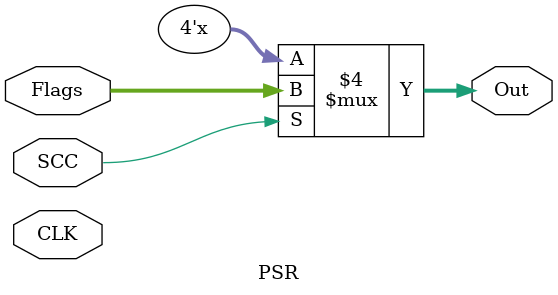
<source format=v>
module PSR #(parameter DATAWIDTH_BUS=32)
(
	//////////// INPUTS //////////
	// General In	
	CLK,
	// Flags In
	Flags,
	// Conditions In
	SCC,
	//////////// OUTPUTS //////////
	// Flags Out
	Out
);
//=======================================================
//  PARAMETER declarations
//=======================================================

//=======================================================
//  PORT declarations
//=======================================================
	input					CLK;
	input					SCC;
	input			[3:0] Flags;//Negative, Zero, Overflow, Carry
	output reg	[3:0] Out;
	initial				Out = 4'b0;
//=======================================================
//  REG/WIRE declarations
//=======================================================

//=======================================================
//  Structural coding
//=======================================================
//OUTPUT LOGIC: COMBINATIONAL
	always@(*)
		begin
			if(SCC)
				Out = Flags;
		end


endmodule

</source>
